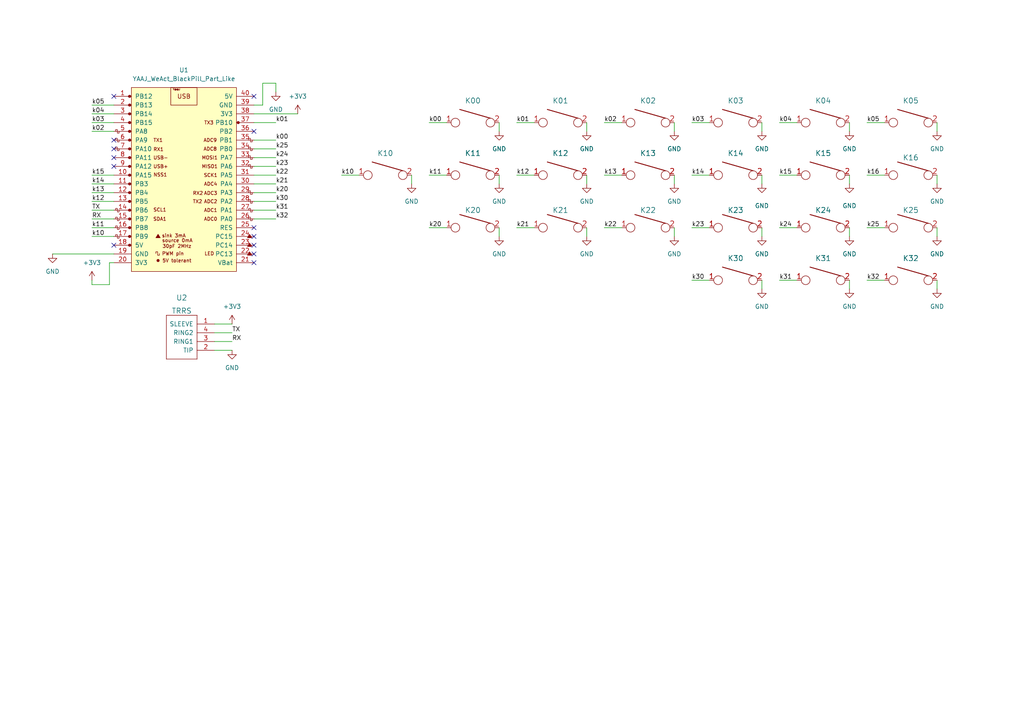
<source format=kicad_sch>
(kicad_sch (version 20211123) (generator eeschema)
  (paper "A4")
  (lib_symbols
    (symbol "YAAJ_WeAct_BlackPill_Part_Like:YAAJ_WeAct_BlackPill_Part_Like" (pin_names (offset 1.016))
      (property "Reference" "U" (at -12.7 27.94 0))
      (property "Value" "YAAJ_WeAct_BlackPill_Part_Like" (at 0 2.54 90))
      (symbol "YAAJ_WeAct_BlackPill_Part_Like_0_0"
        (circle (center -15.748 -20.32) (radius 0.3556) (fill (type outline)))
        (circle (center -15.748 -17.78) (radius 0.3556) (fill (type outline)))
        (circle (center -15.748 -15.24) (radius 0.3556) (fill (type outline)))
        (circle (center -15.748 -12.7) (radius 0.3556) (fill (type outline)))
        (circle (center -15.748 -10.16) (radius 0.3556) (fill (type outline)))
        (circle (center -15.748 -7.62) (radius 0.3556) (fill (type outline)))
        (circle (center -15.748 -5.08) (radius 0.3556) (fill (type outline)))
        (circle (center -15.748 -2.54) (radius 0.3556) (fill (type outline)))
        (circle (center -15.748 0) (radius 0.3556) (fill (type outline)))
        (circle (center -15.748 2.54) (radius 0.3556) (fill (type outline)))
        (circle (center -15.748 5.08) (radius 0.3556) (fill (type outline)))
        (circle (center -15.748 7.62) (radius 0.3556) (fill (type outline)))
        (circle (center -15.748 10.16) (radius 0.3556) (fill (type outline)))
        (circle (center -15.748 12.7) (radius 0.3556) (fill (type outline)))
        (circle (center -15.748 15.24) (radius 0.3556) (fill (type outline)))
        (circle (center -15.748 17.78) (radius 0.3556) (fill (type outline)))
        (circle (center -15.748 22.86) (radius 0.3556) (fill (type outline)))
        (circle (center -7.493 -24.765) (radius 0.127) (fill (type outline)))
        (circle (center -7.493 -24.765) (radius 0.254))
        (circle (center -7.493 -24.765) (radius 0.3556))
        (polyline (pts (xy -8.128 -18.161) (xy -7.493 -17.145) (xy -6.858 -18.161) (xy -8.128 -18.161) (xy -7.493 -17.272) (xy -6.985 -18.161) (xy -8.001 -18.034) (xy -7.493 -17.399) (xy -7.112 -18.161) (xy -7.874 -17.907) (xy -7.366 -17.526) (xy -7.239 -18.161) (xy -7.747 -17.78) (xy -7.239 -17.653) (xy -7.366 -18.034) (xy -7.62 -17.78) (xy -7.366 -17.907) (xy -7.493 -17.653)))
        (polyline (pts (xy 18.415 -23.241) (xy 19.05 -22.225) (xy 19.685 -23.241) (xy 18.415 -23.241) (xy 19.05 -22.352) (xy 19.558 -23.241) (xy 18.542 -23.114) (xy 19.05 -22.479) (xy 19.431 -23.241) (xy 18.669 -22.987) (xy 19.177 -22.606) (xy 19.304 -23.241) (xy 18.796 -22.86) (xy 19.304 -22.733) (xy 19.177 -23.114) (xy 18.923 -22.86) (xy 19.177 -22.987) (xy 19.05 -22.733)))
        (polyline (pts (xy 18.415 -20.701) (xy 19.05 -19.685) (xy 19.685 -20.701) (xy 18.415 -20.701) (xy 19.05 -19.812) (xy 19.558 -20.701) (xy 18.542 -20.574) (xy 19.05 -19.939) (xy 19.431 -20.701) (xy 18.669 -20.447) (xy 19.177 -20.066) (xy 19.304 -20.701) (xy 18.796 -20.32) (xy 19.304 -20.193) (xy 19.177 -20.574) (xy 18.923 -20.32) (xy 19.177 -20.447) (xy 19.05 -20.193)))
        (polyline (pts (xy 18.415 -18.161) (xy 19.05 -17.145) (xy 19.685 -18.161) (xy 18.415 -18.161) (xy 19.05 -17.272) (xy 19.558 -18.161) (xy 18.542 -18.034) (xy 19.05 -17.399) (xy 19.431 -18.161) (xy 18.669 -17.907) (xy 19.177 -17.526) (xy 19.304 -18.161) (xy 18.796 -17.78) (xy 19.304 -17.653) (xy 19.177 -18.034) (xy 18.923 -17.78) (xy 19.177 -17.907) (xy 19.05 -17.653)))
        (circle (center 15.748 15.24) (radius 0.254) (fill (type outline)))
        (circle (center 15.748 15.24) (radius 0.3556))
        (text "30pF 2MHz" (at -2.032 -20.574 0) (effects (font (size 0.9906 0.9906))))
        (text "5V tolerant" (at -2.032 -24.765 0) (effects (font (size 0.9906 0.9906))))
        (text "ADC0" (at 7.747 -12.7 0) (effects (font (size 0.9906 0.9906))))
        (text "ADC1" (at 7.747 -10.16 0) (effects (font (size 0.9906 0.9906))))
        (text "ADC2" (at 7.747 -7.62 0) (effects (font (size 0.9906 0.9906))))
        (text "ADC3" (at 7.747 -5.207 0) (effects (font (size 0.9906 0.9906))))
        (text "ADC4" (at 7.747 -2.54 0) (effects (font (size 0.9906 0.9906))))
        (text "ADC8" (at 7.62 7.62 0) (effects (font (size 0.9906 0.9906))))
        (text "ADC9" (at 7.62 10.16 0) (effects (font (size 0.9906 0.9906))))
        (text "LED" (at 7.366 -22.733 0) (effects (font (size 0.9906 0.9906))))
        (text "MISO1" (at 7.493 2.54 0) (effects (font (size 0.9906 0.9906))))
        (text "MOSI1" (at 7.493 5.08 0) (effects (font (size 0.9906 0.9906))))
        (text "NSS1" (at -6.858 0.127 0) (effects (font (size 0.9906 0.9906))))
        (text "PWM pin" (at -3.175 -22.733 0) (effects (font (size 0.9906 0.9906))))
        (text "RX1" (at -7.366 7.493 0) (effects (font (size 0.9906 0.9906))))
        (text "RX2" (at 4.064 -5.207 0) (effects (font (size 0.9906 0.9906))))
        (text "SCK1" (at 7.747 0 0) (effects (font (size 0.9906 0.9906))))
        (text "SCL1" (at -6.985 -10.033 0) (effects (font (size 0.9906 0.9906))))
        (text "SDA1" (at -6.985 -12.7 0) (effects (font (size 0.9906 0.9906))))
        (text "sink 3mA" (at -2.921 -17.526 0) (effects (font (size 0.9906 0.9906))))
        (text "source 0mA" (at -1.905 -18.923 0) (effects (font (size 0.9906 0.9906))))
        (text "TX1" (at -7.493 10.16 0) (effects (font (size 0.9906 0.9906))))
        (text "TX2" (at 3.937 -7.62 0) (effects (font (size 0.9906 0.9906))))
        (text "TX3" (at 7.239 15.24 0) (effects (font (size 0.9906 0.9906))))
        (text "USB" (at 0 22.86 0) (effects (font (size 1.27 1.27))))
        (text "USB+" (at -6.731 2.54 0) (effects (font (size 0.9906 0.9906))))
        (text "USB-" (at -6.731 5.08 0) (effects (font (size 0.9906 0.9906))))
        (text "Y@@J" (at -2.159 24.892 0) (effects (font (size 0.508 0.508))))
      )
      (symbol "YAAJ_WeAct_BlackPill_Part_Like_0_1"
        (rectangle (start -15.24 25.4) (end 15.24 -27.94) (fill (type background)))
        (polyline (pts (xy -18.796 -17.78) (xy -18.796 -18.288) (xy -19.304 -18.288) (xy -19.304 -17.272) (xy -19.812 -17.272) (xy -19.812 -17.78)))
        (polyline (pts (xy -18.796 -15.24) (xy -18.796 -15.748) (xy -19.304 -15.748) (xy -19.304 -14.732) (xy -19.812 -14.732) (xy -19.812 -15.24)))
        (polyline (pts (xy -18.796 -12.7) (xy -18.796 -13.208) (xy -19.304 -13.208) (xy -19.304 -12.192) (xy -19.812 -12.192) (xy -19.812 -12.7)))
        (polyline (pts (xy -18.796 -10.16) (xy -18.796 -10.668) (xy -19.304 -10.668) (xy -19.304 -9.652) (xy -19.812 -9.652) (xy -19.812 -10.16)))
        (polyline (pts (xy -18.796 7.62) (xy -18.796 7.112) (xy -19.304 7.112) (xy -19.304 8.128) (xy -19.812 8.128) (xy -19.812 7.62)))
        (polyline (pts (xy -18.796 10.16) (xy -18.796 9.652) (xy -19.304 9.652) (xy -19.304 10.668) (xy -19.812 10.668) (xy -19.812 10.16)))
        (polyline (pts (xy -18.796 12.7) (xy -18.796 12.192) (xy -19.304 12.192) (xy -19.304 13.208) (xy -19.812 13.208) (xy -19.812 12.7)))
        (polyline (pts (xy -7.112 -22.733) (xy -7.112 -23.241) (xy -7.62 -23.241) (xy -7.62 -22.225) (xy -8.128 -22.225) (xy -8.128 -22.733)))
        (polyline (pts (xy 19.812 -12.7) (xy 19.812 -13.208) (xy 19.304 -13.208) (xy 19.304 -12.192) (xy 18.796 -12.192) (xy 18.796 -12.7)))
        (polyline (pts (xy 19.812 -10.16) (xy 19.812 -10.668) (xy 19.304 -10.668) (xy 19.304 -9.652) (xy 18.796 -9.652) (xy 18.796 -10.16)))
        (polyline (pts (xy 19.812 -7.62) (xy 19.812 -8.128) (xy 19.304 -8.128) (xy 19.304 -7.112) (xy 18.796 -7.112) (xy 18.796 -7.62)))
        (polyline (pts (xy 19.812 -5.08) (xy 19.812 -5.588) (xy 19.304 -5.588) (xy 19.304 -4.572) (xy 18.796 -4.572) (xy 18.796 -5.08)))
        (polyline (pts (xy 19.812 2.54) (xy 19.812 2.032) (xy 19.304 2.032) (xy 19.304 3.048) (xy 18.796 3.048) (xy 18.796 2.54)))
        (polyline (pts (xy 19.812 5.08) (xy 19.812 4.572) (xy 19.304 4.572) (xy 19.304 5.588) (xy 18.796 5.588) (xy 18.796 5.08)))
        (polyline (pts (xy 19.812 7.62) (xy 19.812 7.112) (xy 19.304 7.112) (xy 19.304 8.128) (xy 18.796 8.128) (xy 18.796 7.62)))
        (polyline (pts (xy 19.812 10.16) (xy 19.812 9.652) (xy 19.304 9.652) (xy 19.304 10.668) (xy 18.796 10.668) (xy 18.796 10.16)))
        (rectangle (start 3.81 25.4) (end -3.81 20.32))
      )
      (symbol "YAAJ_WeAct_BlackPill_Part_Like_1_1"
        (circle (center -15.748 20.32) (radius 0.3556) (fill (type outline)))
        (pin bidirectional line (at -20.32 22.86 0) (length 5.08) (name "PB12") (number "1"))
        (pin bidirectional line (at -20.32 0 0) (length 5.08) (name "PA15") (number "10"))
        (pin bidirectional line (at -20.32 -2.54 0) (length 5.08) (name "PB3") (number "11"))
        (pin bidirectional line (at -20.32 -5.08 0) (length 5.08) (name "PB4") (number "12"))
        (pin bidirectional line (at -20.32 -7.62 0) (length 5.08) (name "PB5") (number "13"))
        (pin bidirectional line (at -20.32 -10.16 0) (length 5.08) (name "PB6") (number "14"))
        (pin bidirectional line (at -20.32 -12.7 0) (length 5.08) (name "PB7") (number "15"))
        (pin bidirectional line (at -20.32 -15.24 0) (length 5.08) (name "PB8") (number "16"))
        (pin bidirectional line (at -20.32 -17.78 0) (length 5.08) (name "PB9") (number "17"))
        (pin power_in line (at -20.32 -20.32 0) (length 5.08) (name "5V") (number "18"))
        (pin power_in line (at -20.32 -22.86 0) (length 5.08) (name "GND") (number "19"))
        (pin bidirectional line (at -20.32 20.32 0) (length 5.08) (name "PB13") (number "2"))
        (pin power_in line (at -20.32 -25.4 0) (length 5.08) (name "3V3") (number "20"))
        (pin power_in line (at 20.32 -25.4 180) (length 5.08) (name "VBat") (number "21"))
        (pin bidirectional line (at 20.32 -22.86 180) (length 5.08) (name "PC13") (number "22"))
        (pin bidirectional line (at 20.32 -20.32 180) (length 5.08) (name "PC14") (number "23"))
        (pin bidirectional line (at 20.32 -17.78 180) (length 5.08) (name "PC15") (number "24"))
        (pin input line (at 20.32 -15.24 180) (length 5.08) (name "RES") (number "25"))
        (pin bidirectional line (at 20.32 -12.7 180) (length 5.08) (name "PA0") (number "26"))
        (pin bidirectional line (at 20.32 -10.16 180) (length 5.08) (name "PA1") (number "27"))
        (pin bidirectional line (at 20.32 -7.62 180) (length 5.08) (name "PA2") (number "28"))
        (pin bidirectional line (at 20.32 -5.08 180) (length 5.08) (name "PA3") (number "29"))
        (pin bidirectional line (at -20.32 17.78 0) (length 5.08) (name "PB14") (number "3"))
        (pin bidirectional line (at 20.32 -2.54 180) (length 5.08) (name "PA4") (number "30"))
        (pin bidirectional line (at 20.32 0 180) (length 5.08) (name "PA5") (number "31"))
        (pin bidirectional line (at 20.32 2.54 180) (length 5.08) (name "PA6") (number "32"))
        (pin bidirectional line (at 20.32 5.08 180) (length 5.08) (name "PA7") (number "33"))
        (pin bidirectional line (at 20.32 7.62 180) (length 5.08) (name "PB0") (number "34"))
        (pin bidirectional line (at 20.32 10.16 180) (length 5.08) (name "PB1") (number "35"))
        (pin bidirectional line (at 20.32 12.7 180) (length 5.08) (name "PB2") (number "36"))
        (pin bidirectional line (at 20.32 15.24 180) (length 5.08) (name "PB10") (number "37"))
        (pin power_in line (at 20.32 17.78 180) (length 5.08) (name "3V3") (number "38"))
        (pin power_in line (at 20.32 20.32 180) (length 5.08) (name "GND") (number "39"))
        (pin bidirectional line (at -20.32 15.24 0) (length 5.08) (name "PB15") (number "4"))
        (pin power_in line (at 20.32 22.86 180) (length 5.08) (name "5V") (number "40"))
        (pin bidirectional line (at -20.32 12.7 0) (length 5.08) (name "PA8") (number "5"))
        (pin bidirectional line (at -20.32 10.16 0) (length 5.08) (name "PA9") (number "6"))
        (pin bidirectional line (at -20.32 7.62 0) (length 5.08) (name "PA10") (number "7"))
        (pin bidirectional line (at -20.32 5.08 0) (length 5.08) (name "PA11") (number "8"))
        (pin bidirectional line (at -20.32 2.54 0) (length 5.08) (name "PA12") (number "9"))
      )
    )
    (symbol "keebio:TRRS" (pin_names (offset 1.016))
      (property "Reference" "U" (at 0 15.24 0))
      (property "Value" "TRRS" (at 0 -2.54 0))
      (symbol "TRRS_0_1"
        (rectangle (start -3.81 0) (end -3.81 12.7))
        (rectangle (start -3.81 12.7) (end 5.08 12.7))
        (rectangle (start 5.08 0) (end -3.81 0))
        (rectangle (start 5.08 12.7) (end 5.08 0))
      )
      (symbol "TRRS_1_1"
        (pin input line (at -8.89 2.54 0) (length 5.08) (name "SLEEVE") (number "1"))
        (pin input line (at -8.89 10.16 0) (length 5.08) (name "TIP") (number "2"))
        (pin input line (at -8.89 7.62 0) (length 5.08) (name "RING1") (number "3"))
        (pin input line (at -8.89 5.08 0) (length 5.08) (name "RING2") (number "4"))
      )
    )
    (symbol "keyboard_parts:KEYSW" (pin_names (offset 1.016))
      (property "Reference" "K?" (at -1.27 0 0))
      (symbol "KEYSW_0_1"
        (circle (center -5.08 0) (radius 1.27))
        (polyline (pts (xy -5.08 1.27) (xy 3.81 3.81)) (stroke (width 0.254)))
        (circle (center 5.08 0) (radius 1.27))
      )
      (symbol "KEYSW_1_1"
        (pin passive line (at 7.62 0 180) (length 1.27) (name "~") (number "1"))
        (pin passive line (at -7.62 0 0) (length 1.27) (name "~") (number "2"))
      )
    )
    (symbol "power:+3V3" (power) (pin_names (offset 0))
      (property "Value" "+3V3" (at 0 3.556 0))
      (symbol "+3V3_0_1"
        (polyline (pts (xy -0.762 1.27) (xy 0 2.54)))
        (polyline (pts (xy 0 0) (xy 0 2.54)))
        (polyline (pts (xy 0 2.54) (xy 0.762 1.27)))
      )
      (symbol "+3V3_1_1"
        (pin power_in line (at 0 0 90) (length 0) hide (name "+3V3") (number "1"))
      )
    )
    (symbol "power:GND" (power) (pin_names (offset 0))
      (property "Value" "GND" (at 0 -3.81 0))
      (symbol "GND_0_1"
        (polyline (pts (xy 0 0) (xy 0 -1.27) (xy 1.27 -1.27) (xy 0 -2.54) (xy -1.27 -1.27) (xy 0 -1.27)))
      )
      (symbol "GND_1_1"
        (pin power_in line (at 0 0 270) (length 0) hide (name "GND") (number "1"))
      )
    )
  )
  (no_connect (at 73.66 68.58))
  (no_connect (at 73.66 73.66))
  (no_connect (at 73.66 71.12))
  (no_connect (at 33.02 43.18))
  (no_connect (at 73.66 38.1))
  (no_connect (at 73.66 27.94))
  (no_connect (at 73.66 66.04))
  (no_connect (at 33.02 48.26))
  (no_connect (at 33.02 27.94))
  (no_connect (at 33.02 45.72))
  (no_connect (at 73.66 76.2))
  (no_connect (at 33.02 40.64))
  (no_connect (at 33.02 71.12))
  (wire (pts (xy 62.23 101.6) (xy 67.31 101.6)))
  (wire (pts (xy 73.66 63.5) (xy 80.01 63.5)))
  (wire (pts (xy 99.06 50.8) (xy 104.14 50.8)))
  (wire (pts (xy 220.98 53.34) (xy 220.98 50.8)))
  (wire (pts (xy 226.06 50.8) (xy 231.14 50.8)))
  (wire (pts (xy 15.24 73.66) (xy 33.02 73.66)))
  (wire (pts (xy 26.67 60.96) (xy 33.02 60.96)))
  (wire (pts (xy 26.67 53.34) (xy 33.02 53.34)))
  (wire (pts (xy 271.78 38.1) (xy 271.78 35.56)))
  (wire (pts (xy 119.38 53.34) (xy 119.38 50.8)))
  (wire (pts (xy 251.46 50.8) (xy 256.54 50.8)))
  (wire (pts (xy 149.86 50.8) (xy 154.94 50.8)))
  (wire (pts (xy 271.78 53.34) (xy 271.78 50.8)))
  (wire (pts (xy 73.66 48.26) (xy 80.01 48.26)))
  (wire (pts (xy 73.66 35.56) (xy 80.01 35.56)))
  (wire (pts (xy 73.66 50.8) (xy 80.01 50.8)))
  (wire (pts (xy 62.23 99.06) (xy 67.31 99.06)))
  (wire (pts (xy 26.67 81.28) (xy 26.67 82.55)))
  (wire (pts (xy 73.66 45.72) (xy 80.01 45.72)))
  (wire (pts (xy 124.46 35.56) (xy 129.54 35.56)))
  (wire (pts (xy 175.26 66.04) (xy 180.34 66.04)))
  (wire (pts (xy 200.66 81.28) (xy 205.74 81.28)))
  (wire (pts (xy 246.38 53.34) (xy 246.38 50.8)))
  (wire (pts (xy 73.66 33.02) (xy 86.36 33.02)))
  (wire (pts (xy 170.18 53.34) (xy 170.18 50.8)))
  (wire (pts (xy 220.98 68.58) (xy 220.98 66.04)))
  (wire (pts (xy 144.78 53.34) (xy 144.78 50.8)))
  (wire (pts (xy 175.26 35.56) (xy 180.34 35.56)))
  (wire (pts (xy 200.66 66.04) (xy 205.74 66.04)))
  (wire (pts (xy 246.38 83.82) (xy 246.38 81.28)))
  (wire (pts (xy 73.66 60.96) (xy 80.01 60.96)))
  (wire (pts (xy 26.67 55.88) (xy 33.02 55.88)))
  (wire (pts (xy 73.66 40.64) (xy 80.01 40.64)))
  (wire (pts (xy 26.67 33.02) (xy 33.02 33.02)))
  (wire (pts (xy 73.66 43.18) (xy 80.01 43.18)))
  (wire (pts (xy 220.98 83.82) (xy 220.98 81.28)))
  (wire (pts (xy 246.38 38.1) (xy 246.38 35.56)))
  (wire (pts (xy 26.67 50.8) (xy 33.02 50.8)))
  (wire (pts (xy 271.78 83.82) (xy 271.78 81.28)))
  (wire (pts (xy 76.2 24.13) (xy 80.01 24.13)))
  (wire (pts (xy 73.66 30.48) (xy 76.2 30.48)))
  (wire (pts (xy 26.67 68.58) (xy 33.02 68.58)))
  (wire (pts (xy 149.86 66.04) (xy 154.94 66.04)))
  (wire (pts (xy 195.58 53.34) (xy 195.58 50.8)))
  (wire (pts (xy 26.67 58.42) (xy 33.02 58.42)))
  (wire (pts (xy 124.46 50.8) (xy 129.54 50.8)))
  (wire (pts (xy 195.58 68.58) (xy 195.58 66.04)))
  (wire (pts (xy 170.18 68.58) (xy 170.18 66.04)))
  (wire (pts (xy 144.78 38.1) (xy 144.78 35.56)))
  (wire (pts (xy 76.2 30.48) (xy 76.2 24.13)))
  (wire (pts (xy 170.18 38.1) (xy 170.18 35.56)))
  (wire (pts (xy 73.66 53.34) (xy 80.01 53.34)))
  (wire (pts (xy 251.46 35.56) (xy 256.54 35.56)))
  (wire (pts (xy 26.67 82.55) (xy 31.75 82.55)))
  (wire (pts (xy 62.23 93.98) (xy 67.31 93.98)))
  (wire (pts (xy 226.06 81.28) (xy 231.14 81.28)))
  (wire (pts (xy 26.67 30.48) (xy 33.02 30.48)))
  (wire (pts (xy 149.86 35.56) (xy 154.94 35.56)))
  (wire (pts (xy 200.66 35.56) (xy 205.74 35.56)))
  (wire (pts (xy 200.66 50.8) (xy 205.74 50.8)))
  (wire (pts (xy 251.46 81.28) (xy 256.54 81.28)))
  (wire (pts (xy 26.67 63.5) (xy 33.02 63.5)))
  (wire (pts (xy 26.67 35.56) (xy 33.02 35.56)))
  (wire (pts (xy 271.78 68.58) (xy 271.78 66.04)))
  (wire (pts (xy 175.26 50.8) (xy 180.34 50.8)))
  (wire (pts (xy 26.67 66.04) (xy 33.02 66.04)))
  (wire (pts (xy 226.06 35.56) (xy 231.14 35.56)))
  (wire (pts (xy 144.78 68.58) (xy 144.78 66.04)))
  (wire (pts (xy 62.23 96.52) (xy 67.31 96.52)))
  (wire (pts (xy 220.98 38.1) (xy 220.98 35.56)))
  (wire (pts (xy 31.75 82.55) (xy 31.75 76.2)))
  (wire (pts (xy 195.58 38.1) (xy 195.58 35.56)))
  (wire (pts (xy 73.66 58.42) (xy 80.01 58.42)))
  (wire (pts (xy 226.06 66.04) (xy 231.14 66.04)))
  (wire (pts (xy 251.46 66.04) (xy 256.54 66.04)))
  (wire (pts (xy 31.75 76.2) (xy 33.02 76.2)))
  (wire (pts (xy 124.46 66.04) (xy 129.54 66.04)))
  (wire (pts (xy 80.01 24.13) (xy 80.01 26.67)))
  (wire (pts (xy 26.67 38.1) (xy 33.02 38.1)))
  (wire (pts (xy 73.66 55.88) (xy 80.01 55.88)))
  (wire (pts (xy 246.38 68.58) (xy 246.38 66.04)))
  (label "k00" (at 80.01 40.64 0))
  (label "k13" (at 26.67 55.88 0))
  (label "k15" (at 26.67 50.8 0))
  (label "k30" (at 200.66 81.28 0))
  (label "k14" (at 200.66 50.8 0))
  (label "k12" (at 26.67 58.42 0))
  (label "k30" (at 80.01 58.42 0))
  (label "k02" (at 26.67 38.1 0))
  (label "k21" (at 149.86 66.04 0))
  (label "k20" (at 80.01 55.88 0))
  (label "k25" (at 80.01 43.18 0))
  (label "k22" (at 175.26 66.04 0))
  (label "k11" (at 26.67 66.04 0))
  (label "TX" (at 26.67 60.96 0))
  (label "k31" (at 226.06 81.28 0))
  (label "RX" (at 26.67 63.5 0))
  (label "k20" (at 124.46 66.04 0))
  (label "k01" (at 149.86 35.56 0))
  (label "k21" (at 80.01 53.34 0))
  (label "k00" (at 124.46 35.56 0))
  (label "k03" (at 200.66 35.56 0))
  (label "k04" (at 26.67 33.02 0))
  (label "k14" (at 26.67 53.34 0))
  (label "k05" (at 251.46 35.56 0))
  (label "k32" (at 251.46 81.28 0))
  (label "k22" (at 80.01 50.8 0))
  (label "k12" (at 149.86 50.8 0))
  (label "k02" (at 175.26 35.56 0))
  (label "k23" (at 200.66 66.04 0))
  (label "k04" (at 226.06 35.56 0))
  (label "k05" (at 26.67 30.48 0))
  (label "k16" (at 251.46 50.8 0))
  (label "k23" (at 80.01 48.26 0))
  (label "k13" (at 175.26 50.8 0))
  (label "k24" (at 226.06 66.04 0))
  (label "k11" (at 124.46 50.8 0))
  (label "k32" (at 80.01 63.5 0))
  (label "k03" (at 26.67 35.56 0))
  (label "RX" (at 67.31 99.06 0))
  (label "k10" (at 26.67 68.58 0))
  (label "k24" (at 80.01 45.72 0))
  (label "k31" (at 80.01 60.96 0))
  (label "k15" (at 226.06 50.8 0))
  (label "k10" (at 99.06 50.8 0))
  (label "TX" (at 67.31 96.52 0))
  (label "k25" (at 251.46 66.04 0))
  (label "k01" (at 80.01 35.56 0))
  (symbol (lib_id "power:GND") (at 246.38 68.58 0) (unit 1)
    (property "Reference" "#PWR0108" (effects hide))
    (property "Value" "GND" (at 246.38 73.66 0))
  )
  (symbol (lib_id "power:GND") (at 271.78 83.82 0) (unit 1)
    (property "Reference" "#PWR0112" (effects hide))
    (property "Value" "GND" (at 271.78 88.9 0))
  )
  (symbol (lib_id "power:+3V3") (at 86.36 33.02 0) (unit 1)
    (property "Reference" "#PWR0122" (effects hide))
    (property "Value" "+3V3" (at 86.36 27.94 0))
  )
  (symbol (lib_id "power:GND") (at 220.98 53.34 0) (unit 1)
    (property "Reference" "#PWR0106" (effects hide))
    (property "Value" "GND" (at 220.98 59.69 0))
  )
  (symbol (lib_id "keyboard_parts:KEYSW") (at 213.36 35.56 0) (mirror y) (unit 1)
    (property "Reference" "K03" (at 213.36 29.21 0) (effects (font (size 1.524 1.524))))
    (property "Value" "KEYSW" (effects hide))
    (property "Footprint" "sat1l:MXOnly-1U-Hotswap-Optional-Reversible-19mm" (effects hide))
  )
  (symbol (lib_id "keyboard_parts:KEYSW") (at 238.76 50.8 0) (mirror y) (unit 1)
    (property "Reference" "K15" (at 238.76 44.45 0) (effects (font (size 1.524 1.524))))
    (property "Value" "KEYSW" (effects hide))
    (property "Footprint" "sat1l:MXOnly-1U-Hotswap-Optional-Reversible-19mm" (effects hide))
  )
  (symbol (lib_id "power:GND") (at 119.38 53.34 0) (unit 1)
    (property "Reference" "#PWR0124" (effects hide))
    (property "Value" "GND" (at 119.38 58.42 0))
  )
  (symbol (lib_id "keyboard_parts:KEYSW") (at 137.16 35.56 0) (mirror y) (unit 1)
    (property "Reference" "K00" (at 137.16 29.21 0) (effects (font (size 1.524 1.524))))
    (property "Value" "KEYSW" (effects hide))
    (property "Footprint" "sat1l:MXOnly-1U-Hotswap-Optional-Reversible-19mm" (effects hide))
  )
  (symbol (lib_id "power:GND") (at 170.18 53.34 0) (unit 1)
    (property "Reference" "#PWR0119" (effects hide))
    (property "Value" "GND" (at 170.18 58.42 0))
  )
  (symbol (lib_id "power:GND") (at 246.38 53.34 0) (unit 1)
    (property "Reference" "#PWR0114" (effects hide))
    (property "Value" "GND" (at 246.38 59.69 0))
  )
  (symbol (lib_id "power:GND") (at 144.78 38.1 0) (unit 1)
    (property "Reference" "#PWR0116" (effects hide))
    (property "Value" "GND" (at 144.78 43.18 0))
  )
  (symbol (lib_id "power:GND") (at 144.78 53.34 0) (unit 1)
    (property "Reference" "#PWR0117" (effects hide))
    (property "Value" "GND" (at 144.78 58.42 0))
  )
  (symbol (lib_id "keyboard_parts:KEYSW") (at 264.16 66.04 0) (mirror y) (unit 1)
    (property "Reference" "K25" (at 264.16 60.96 0) (effects (font (size 1.524 1.524))))
    (property "Value" "KEYSW" (effects hide))
    (property "Footprint" "sat1l:MXOnly-1U-Hotswap-Optional-Reversible-19mm" (effects hide))
  )
  (symbol (lib_id "power:GND") (at 195.58 53.34 0) (unit 1)
    (property "Reference" "#PWR0102" (effects hide))
    (property "Value" "GND" (at 195.58 58.42 0))
  )
  (symbol (lib_id "keyboard_parts:KEYSW") (at 162.56 35.56 0) (mirror y) (unit 1)
    (property "Reference" "K01" (at 162.56 29.21 0) (effects (font (size 1.524 1.524))))
    (property "Value" "KEYSW" (effects hide))
    (property "Footprint" "sat1l:MXOnly-1U-Hotswap-Optional-Reversible-19mm" (effects hide))
  )
  (symbol (lib_id "power:GND") (at 246.38 83.82 0) (unit 1)
    (property "Reference" "#PWR0110" (effects hide))
    (property "Value" "GND" (at 246.38 88.9 0))
  )
  (symbol (lib_id "keyboard_parts:KEYSW") (at 238.76 35.56 0) (mirror y) (unit 1)
    (property "Reference" "K04" (at 238.76 29.21 0) (effects (font (size 1.524 1.524))))
    (property "Value" "KEYSW" (effects hide))
    (property "Footprint" "sat1l:MXOnly-1U-Hotswap-Optional-Reversible-19mm" (effects hide))
  )
  (symbol (lib_id "keyboard_parts:KEYSW") (at 162.56 66.04 0) (mirror y) (unit 1)
    (property "Reference" "K21" (at 162.56 60.96 0) (effects (font (size 1.524 1.524))))
    (property "Value" "KEYSW" (effects hide))
    (property "Footprint" "sat1l:MXOnly-1U-Hotswap-Optional-Reversible-19mm" (effects hide))
  )
  (symbol (lib_id "keyboard_parts:KEYSW") (at 264.16 35.56 0) (mirror y) (unit 1)
    (property "Reference" "K05" (at 264.16 29.21 0) (effects (font (size 1.524 1.524))))
    (property "Value" "KEYSW" (effects hide))
    (property "Footprint" "sat1l:MXOnly-1U-Hotswap-Optional-Reversible-19mm" (effects hide))
  )
  (symbol (lib_id "power:+3V3") (at 67.31 93.98 0) (unit 1)
    (property "Reference" "#PWR0128" (effects hide))
    (property "Value" "+3V3" (at 67.31 88.9 0))
  )
  (symbol (lib_id "keyboard_parts:KEYSW") (at 162.56 50.8 0) (mirror y) (unit 1)
    (property "Reference" "K12" (at 162.56 44.45 0) (effects (font (size 1.524 1.524))))
    (property "Value" "KEYSW" (effects hide))
    (property "Footprint" "sat1l:MXOnly-1U-Hotswap-Optional-Reversible-19mm" (effects hide))
  )
  (symbol (lib_id "power:GND") (at 220.98 38.1 0) (unit 1)
    (property "Reference" "#PWR0107" (effects hide))
    (property "Value" "GND" (at 220.98 43.18 0))
  )
  (symbol (lib_id "power:GND") (at 220.98 83.82 0) (unit 1)
    (property "Reference" "#PWR0104" (effects hide))
    (property "Value" "GND" (at 220.98 88.9 0))
  )
  (symbol (lib_id "power:GND") (at 271.78 68.58 0) (unit 1)
    (property "Reference" "#PWR0111" (effects hide))
    (property "Value" "GND" (at 271.78 73.66 0))
  )
  (symbol (lib_id "keyboard_parts:KEYSW") (at 264.16 81.28 0) (mirror y) (unit 1)
    (property "Reference" "K32" (at 264.16 74.93 0) (effects (font (size 1.524 1.524))))
    (property "Value" "KEYSW" (effects hide))
    (property "Footprint" "sat1l:MXOnly-1.5U-Hotswap-Optional-Reversible-19mm" (effects hide))
  )
  (symbol (lib_id "YAAJ_WeAct_BlackPill_Part_Like:YAAJ_WeAct_BlackPill_Part_Like") (at 53.34 50.8 0) (unit 1)
    (property "Reference" "U1" (at 53.34 20.32 0))
    (property "Value" "YAAJ_WeAct_BlackPill_Part_Like" (at 53.34 22.86 0))
    (property "Footprint" "Kicad-STM32:YAAJ_WeAct_BlackPill_2" (effects hide))
  )
  (symbol (lib_id "keyboard_parts:KEYSW") (at 187.96 50.8 0) (mirror y) (unit 1)
    (property "Reference" "K13" (at 187.96 44.45 0) (effects (font (size 1.524 1.524))))
    (property "Value" "KEYSW" (effects hide))
    (property "Footprint" "sat1l:MXOnly-1U-Hotswap-Optional-Reversible-19mm" (effects hide))
  )
  (symbol (lib_id "power:GND") (at 195.58 38.1 0) (unit 1)
    (property "Reference" "#PWR0101" (effects hide))
    (property "Value" "GND" (at 195.58 43.18 0))
  )
  (symbol (lib_id "power:GND") (at 144.78 68.58 0) (unit 1)
    (property "Reference" "#PWR0120" (effects hide))
    (property "Value" "GND" (at 144.78 73.66 0))
  )
  (symbol (lib_id "keyboard_parts:KEYSW") (at 137.16 50.8 0) (mirror y) (unit 1)
    (property "Reference" "K11" (at 137.16 44.45 0) (effects (font (size 1.524 1.524))))
    (property "Value" "KEYSW" (effects hide))
    (property "Footprint" "sat1l:MXOnly-1U-Hotswap-Optional-Reversible-19mm" (effects hide))
  )
  (symbol (lib_id "keyboard_parts:KEYSW") (at 137.16 66.04 0) (mirror y) (unit 1)
    (property "Reference" "K20" (at 137.16 60.96 0) (effects (font (size 1.524 1.524))))
    (property "Value" "KEYSW" (effects hide))
    (property "Footprint" "sat1l:MXOnly-1U-Hotswap-Optional-Reversible-19mm" (effects hide))
  )
  (symbol (lib_id "keyboard_parts:KEYSW") (at 111.76 50.8 0) (mirror y) (unit 1)
    (property "Reference" "K10" (at 111.76 44.45 0) (effects (font (size 1.524 1.524))))
    (property "Value" "KEYSW" (effects hide))
    (property "Footprint" "sat1l:MXOnly-1U-Hotswap-Optional-Reversible-19mm" (effects hide))
  )
  (symbol (lib_id "keyboard_parts:KEYSW") (at 213.36 66.04 0) (mirror y) (unit 1)
    (property "Reference" "K23" (at 213.36 60.96 0) (effects (font (size 1.524 1.524))))
    (property "Value" "KEYSW" (effects hide))
    (property "Footprint" "sat1l:MXOnly-1U-Hotswap-Optional-Reversible-19mm" (effects hide))
  )
  (symbol (lib_id "power:+3V3") (at 26.67 81.28 0) (unit 1)
    (property "Reference" "#PWR0125" (effects hide))
    (property "Value" "+3V3" (at 26.67 76.2 0))
  )
  (symbol (lib_id "power:GND") (at 15.24 73.66 0) (unit 1)
    (property "Reference" "#PWR0126" (effects hide))
    (property "Value" "GND" (at 15.24 78.74 0))
  )
  (symbol (lib_id "power:GND") (at 195.58 68.58 0) (unit 1)
    (property "Reference" "#PWR0103" (effects hide))
    (property "Value" "GND" (at 195.58 73.66 0))
  )
  (symbol (lib_id "power:GND") (at 80.01 26.67 0) (unit 1)
    (property "Reference" "#PWR0123" (effects hide))
    (property "Value" "GND" (at 80.01 31.75 0))
  )
  (symbol (lib_id "keebio:TRRS") (at 53.34 91.44 180) (unit 1)
    (property "Reference" "U2" (at 52.705 86.36 0) (effects (font (size 1.524 1.524))))
    (property "Value" "TRRS" (at 52.705 90.17 0) (effects (font (size 1.524 1.524))))
    (property "Footprint" "sat1l:TRRS-PJ-320A-Reversible" (effects hide))
  )
  (symbol (lib_id "power:GND") (at 220.98 68.58 0) (unit 1)
    (property "Reference" "#PWR0105" (effects hide))
    (property "Value" "GND" (at 220.98 73.66 0))
  )
  (symbol (lib_id "power:GND") (at 170.18 38.1 0) (unit 1)
    (property "Reference" "#PWR0121" (effects hide))
    (property "Value" "GND" (at 170.18 43.18 0))
  )
  (symbol (lib_id "power:GND") (at 246.38 38.1 0) (unit 1)
    (property "Reference" "#PWR0113" (effects hide))
    (property "Value" "GND" (at 246.38 43.18 0))
  )
  (symbol (lib_id "keyboard_parts:KEYSW") (at 238.76 66.04 0) (mirror y) (unit 1)
    (property "Reference" "K24" (at 238.76 60.96 0) (effects (font (size 1.524 1.524))))
    (property "Value" "KEYSW" (effects hide))
    (property "Footprint" "sat1l:MXOnly-1U-Hotswap-Optional-Reversible-19mm" (effects hide))
  )
  (symbol (lib_id "keyboard_parts:KEYSW") (at 213.36 81.28 0) (mirror y) (unit 1)
    (property "Reference" "K30" (at 213.36 74.93 0) (effects (font (size 1.524 1.524))))
    (property "Value" "KEYSW" (effects hide))
    (property "Footprint" "sat1l:MXOnly-1U-Hotswap-Optional-Reversible-19mm" (effects hide))
  )
  (symbol (lib_id "power:GND") (at 271.78 53.34 0) (unit 1)
    (property "Reference" "#PWR0109" (effects hide))
    (property "Value" "GND" (at 271.78 58.42 0))
  )
  (symbol (lib_id "keyboard_parts:KEYSW") (at 264.16 50.8 0) (mirror y) (unit 1)
    (property "Reference" "K16" (at 264.16 45.72 0) (effects (font (size 1.524 1.524))))
    (property "Value" "KEYSW" (effects hide))
    (property "Footprint" "sat1l:MXOnly-1U-Hotswap-Optional-Reversible-19mm" (effects hide))
  )
  (symbol (lib_id "keyboard_parts:KEYSW") (at 187.96 35.56 0) (mirror y) (unit 1)
    (property "Reference" "K02" (at 187.96 29.21 0) (effects (font (size 1.524 1.524))))
    (property "Value" "KEYSW" (effects hide))
    (property "Footprint" "sat1l:MXOnly-1U-Hotswap-Optional-Reversible-19mm" (effects hide))
  )
  (symbol (lib_id "power:GND") (at 67.31 101.6 0) (unit 1)
    (property "Reference" "#PWR0127" (effects hide))
    (property "Value" "GND" (at 67.31 106.68 0))
  )
  (symbol (lib_id "power:GND") (at 170.18 68.58 0) (unit 1)
    (property "Reference" "#PWR0118" (effects hide))
    (property "Value" "GND" (at 170.18 73.66 0))
  )
  (symbol (lib_id "keyboard_parts:KEYSW") (at 213.36 50.8 0) (mirror y) (unit 1)
    (property "Reference" "K14" (at 213.36 44.45 0) (effects (font (size 1.524 1.524))))
    (property "Value" "KEYSW" (effects hide))
    (property "Footprint" "sat1l:MXOnly-1U-Hotswap-Optional-Reversible-19mm" (effects hide))
  )
  (symbol (lib_id "power:GND") (at 271.78 38.1 0) (unit 1)
    (property "Reference" "#PWR0115" (effects hide))
    (property "Value" "GND" (at 271.78 43.18 0))
  )
  (symbol (lib_id "keyboard_parts:KEYSW") (at 187.96 66.04 0) (mirror y) (unit 1)
    (property "Reference" "K22" (at 187.96 60.96 0) (effects (font (size 1.524 1.524))))
    (property "Value" "KEYSW" (effects hide))
    (property "Footprint" "sat1l:MXOnly-1U-Hotswap-Optional-Reversible-19mm" (effects hide))
  )
  (symbol (lib_id "keyboard_parts:KEYSW") (at 238.76 81.28 0) (mirror y) (unit 1)
    (property "Reference" "K31" (at 238.76 74.93 0) (effects (font (size 1.524 1.524))))
    (property "Value" "KEYSW" (effects hide))
    (property "Footprint" "sat1l:MXOnly-1U-Hotswap-Optional-Reversible-19mm" (effects hide))
  )
)
</source>
